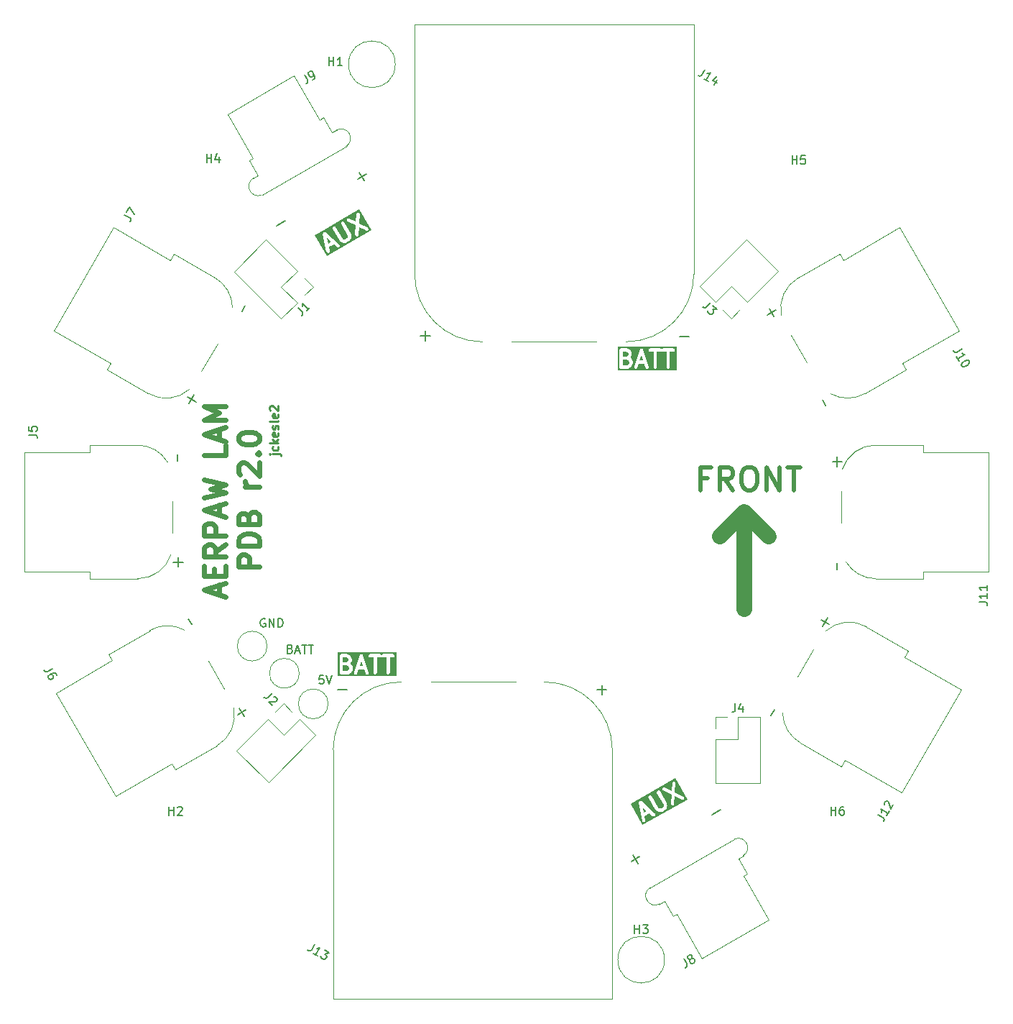
<source format=gto>
%TF.GenerationSoftware,KiCad,Pcbnew,9.0.7*%
%TF.CreationDate,2026-02-05T13:48:50-05:00*%
%TF.ProjectId,PDB,5044422e-6b69-4636-9164-5f7063625858,rev?*%
%TF.SameCoordinates,Original*%
%TF.FileFunction,Legend,Top*%
%TF.FilePolarity,Positive*%
%FSLAX46Y46*%
G04 Gerber Fmt 4.6, Leading zero omitted, Abs format (unit mm)*
G04 Created by KiCad (PCBNEW 9.0.7) date 2026-02-05 13:48:50*
%MOMM*%
%LPD*%
G01*
G04 APERTURE LIST*
%ADD10C,0.400000*%
%ADD11C,0.250000*%
%ADD12C,1.875000*%
%ADD13C,0.625000*%
%ADD14C,0.540000*%
%ADD15C,0.150000*%
%ADD16C,0.120000*%
%ADD17C,0.100000*%
G04 APERTURE END LIST*
D10*
G36*
X143121537Y-65802586D02*
G01*
X142777369Y-66001291D01*
X142651396Y-65385688D01*
X143121537Y-65802586D01*
G37*
G36*
X147870907Y-64438847D02*
G01*
X142604633Y-67479331D01*
X141182411Y-65015970D01*
X141488820Y-64839065D01*
X142135171Y-64839065D01*
X142139228Y-64878061D01*
X142561877Y-66943446D01*
X142573465Y-66980902D01*
X142617175Y-67045547D01*
X142682298Y-67088544D01*
X142758917Y-67103347D01*
X142835368Y-67087702D01*
X142900014Y-67043992D01*
X142943011Y-66978870D01*
X142957814Y-66902250D01*
X142953757Y-66863254D01*
X142861899Y-66414368D01*
X143437007Y-66082329D01*
X143779824Y-66386323D01*
X143811567Y-66409335D01*
X143885323Y-66434825D01*
X143963219Y-66430150D01*
X144033396Y-66396021D01*
X144085170Y-66337634D01*
X144110660Y-66263878D01*
X144105985Y-66185982D01*
X144071856Y-66115805D01*
X144045212Y-66087042D01*
X142467862Y-64688324D01*
X142436119Y-64665313D01*
X142422615Y-64660646D01*
X142410688Y-64652771D01*
X142386061Y-64648013D01*
X142362363Y-64639823D01*
X142348100Y-64640679D01*
X142334068Y-64637968D01*
X142309499Y-64642995D01*
X142284467Y-64644498D01*
X142271614Y-64650748D01*
X142257617Y-64653613D01*
X142236844Y-64667657D01*
X142214290Y-64678627D01*
X142204809Y-64689318D01*
X142192971Y-64697323D01*
X142179151Y-64718253D01*
X142162516Y-64737014D01*
X142157849Y-64750517D01*
X142149974Y-64762445D01*
X142145216Y-64787071D01*
X142137026Y-64810770D01*
X142137882Y-64825032D01*
X142135171Y-64839065D01*
X141488820Y-64839065D01*
X142668082Y-64158218D01*
X143290296Y-64158218D01*
X143300482Y-64235587D01*
X143316663Y-64271299D01*
X144126187Y-65673435D01*
X144149024Y-65705304D01*
X144154725Y-65709679D01*
X144158751Y-65715632D01*
X144189194Y-65740338D01*
X144366911Y-65857676D01*
X144384463Y-65866933D01*
X144388651Y-65870147D01*
X144395301Y-65872649D01*
X144401590Y-65875967D01*
X144406776Y-65876968D01*
X144425345Y-65883958D01*
X144555442Y-65918818D01*
X144575024Y-65922051D01*
X144580012Y-65923775D01*
X144587108Y-65924046D01*
X144594125Y-65925205D01*
X144599363Y-65924515D01*
X144619191Y-65925274D01*
X144831767Y-65912514D01*
X144870485Y-65906340D01*
X144876947Y-65903196D01*
X144884071Y-65902259D01*
X144919783Y-65886078D01*
X145249697Y-65695602D01*
X145281566Y-65672765D01*
X145285941Y-65667062D01*
X145291894Y-65663038D01*
X145316600Y-65632595D01*
X145433938Y-65454878D01*
X145443195Y-65437325D01*
X145446409Y-65433138D01*
X145448912Y-65426487D01*
X145452229Y-65420199D01*
X145453230Y-65415013D01*
X145460220Y-65396445D01*
X145495080Y-65266348D01*
X145498312Y-65246767D01*
X145500037Y-65241779D01*
X145500308Y-65234681D01*
X145501467Y-65227665D01*
X145500777Y-65222427D01*
X145501536Y-65202601D01*
X145488777Y-64990023D01*
X145482603Y-64951306D01*
X145479460Y-64944843D01*
X145478522Y-64937718D01*
X145462341Y-64902006D01*
X144652817Y-63499870D01*
X144629980Y-63468001D01*
X144568070Y-63420495D01*
X144492693Y-63400298D01*
X144415324Y-63410484D01*
X144347743Y-63449502D01*
X144300237Y-63511412D01*
X144280040Y-63586789D01*
X144290226Y-63664158D01*
X144306407Y-63699870D01*
X145092323Y-65061116D01*
X145100309Y-65194169D01*
X145082250Y-65261564D01*
X145008807Y-65372799D01*
X144760671Y-65516060D01*
X144627619Y-65524047D01*
X144560224Y-65505988D01*
X144448989Y-65432545D01*
X143663073Y-64071299D01*
X143640236Y-64039430D01*
X143578326Y-63991924D01*
X143502949Y-63971727D01*
X143425580Y-63981913D01*
X143357999Y-64020931D01*
X143310493Y-64082841D01*
X143290296Y-64158218D01*
X142668082Y-64158218D01*
X144250141Y-63244816D01*
X144941125Y-63244816D01*
X144966131Y-63318737D01*
X145017523Y-63377461D01*
X145050796Y-63398200D01*
X146008624Y-63871795D01*
X145939856Y-64938097D01*
X145941180Y-64977282D01*
X145966341Y-65051150D01*
X146017855Y-65109767D01*
X146087879Y-65144208D01*
X146165754Y-65149230D01*
X146239622Y-65124069D01*
X146298239Y-65072555D01*
X146332680Y-65002531D01*
X146339026Y-64963841D01*
X146397068Y-64063860D01*
X147205495Y-64463584D01*
X147242175Y-64477433D01*
X147320038Y-64482618D01*
X147393960Y-64457611D01*
X147452684Y-64406220D01*
X147487272Y-64336268D01*
X147492457Y-64258404D01*
X147467450Y-64184483D01*
X147416059Y-64125759D01*
X147382786Y-64105020D01*
X146424957Y-63631424D01*
X146493726Y-62565123D01*
X146492402Y-62525939D01*
X146467241Y-62452070D01*
X146415727Y-62393453D01*
X146345703Y-62359012D01*
X146267828Y-62353990D01*
X146193960Y-62379151D01*
X146135343Y-62430665D01*
X146100902Y-62500690D01*
X146094556Y-62539380D01*
X146036513Y-63439360D01*
X145228086Y-63039636D01*
X145191407Y-63025787D01*
X145113543Y-63020602D01*
X145039622Y-63045608D01*
X144980898Y-63097000D01*
X144946310Y-63166952D01*
X144941125Y-63244816D01*
X144250141Y-63244816D01*
X146448685Y-61975486D01*
X147870907Y-64438847D01*
G37*
D11*
X136197952Y-90797431D02*
X137055095Y-90797431D01*
X137055095Y-90797431D02*
X137150333Y-90845050D01*
X137150333Y-90845050D02*
X137197952Y-90940288D01*
X137197952Y-90940288D02*
X137197952Y-90987907D01*
X135864619Y-90797431D02*
X135912238Y-90845050D01*
X135912238Y-90845050D02*
X135959857Y-90797431D01*
X135959857Y-90797431D02*
X135912238Y-90749812D01*
X135912238Y-90749812D02*
X135864619Y-90797431D01*
X135864619Y-90797431D02*
X135959857Y-90797431D01*
X136817000Y-89892670D02*
X136864619Y-89987908D01*
X136864619Y-89987908D02*
X136864619Y-90178384D01*
X136864619Y-90178384D02*
X136817000Y-90273622D01*
X136817000Y-90273622D02*
X136769380Y-90321241D01*
X136769380Y-90321241D02*
X136674142Y-90368860D01*
X136674142Y-90368860D02*
X136388428Y-90368860D01*
X136388428Y-90368860D02*
X136293190Y-90321241D01*
X136293190Y-90321241D02*
X136245571Y-90273622D01*
X136245571Y-90273622D02*
X136197952Y-90178384D01*
X136197952Y-90178384D02*
X136197952Y-89987908D01*
X136197952Y-89987908D02*
X136245571Y-89892670D01*
X136864619Y-89464098D02*
X135864619Y-89464098D01*
X136483666Y-89368860D02*
X136864619Y-89083146D01*
X136197952Y-89083146D02*
X136578904Y-89464098D01*
X136817000Y-88273622D02*
X136864619Y-88368860D01*
X136864619Y-88368860D02*
X136864619Y-88559336D01*
X136864619Y-88559336D02*
X136817000Y-88654574D01*
X136817000Y-88654574D02*
X136721761Y-88702193D01*
X136721761Y-88702193D02*
X136340809Y-88702193D01*
X136340809Y-88702193D02*
X136245571Y-88654574D01*
X136245571Y-88654574D02*
X136197952Y-88559336D01*
X136197952Y-88559336D02*
X136197952Y-88368860D01*
X136197952Y-88368860D02*
X136245571Y-88273622D01*
X136245571Y-88273622D02*
X136340809Y-88226003D01*
X136340809Y-88226003D02*
X136436047Y-88226003D01*
X136436047Y-88226003D02*
X136531285Y-88702193D01*
X136817000Y-87845050D02*
X136864619Y-87749812D01*
X136864619Y-87749812D02*
X136864619Y-87559336D01*
X136864619Y-87559336D02*
X136817000Y-87464098D01*
X136817000Y-87464098D02*
X136721761Y-87416479D01*
X136721761Y-87416479D02*
X136674142Y-87416479D01*
X136674142Y-87416479D02*
X136578904Y-87464098D01*
X136578904Y-87464098D02*
X136531285Y-87559336D01*
X136531285Y-87559336D02*
X136531285Y-87702193D01*
X136531285Y-87702193D02*
X136483666Y-87797431D01*
X136483666Y-87797431D02*
X136388428Y-87845050D01*
X136388428Y-87845050D02*
X136340809Y-87845050D01*
X136340809Y-87845050D02*
X136245571Y-87797431D01*
X136245571Y-87797431D02*
X136197952Y-87702193D01*
X136197952Y-87702193D02*
X136197952Y-87559336D01*
X136197952Y-87559336D02*
X136245571Y-87464098D01*
X136864619Y-86845050D02*
X136817000Y-86940288D01*
X136817000Y-86940288D02*
X136721761Y-86987907D01*
X136721761Y-86987907D02*
X135864619Y-86987907D01*
X136817000Y-86083145D02*
X136864619Y-86178383D01*
X136864619Y-86178383D02*
X136864619Y-86368859D01*
X136864619Y-86368859D02*
X136817000Y-86464097D01*
X136817000Y-86464097D02*
X136721761Y-86511716D01*
X136721761Y-86511716D02*
X136340809Y-86511716D01*
X136340809Y-86511716D02*
X136245571Y-86464097D01*
X136245571Y-86464097D02*
X136197952Y-86368859D01*
X136197952Y-86368859D02*
X136197952Y-86178383D01*
X136197952Y-86178383D02*
X136245571Y-86083145D01*
X136245571Y-86083145D02*
X136340809Y-86035526D01*
X136340809Y-86035526D02*
X136436047Y-86035526D01*
X136436047Y-86035526D02*
X136531285Y-86511716D01*
X135959857Y-85654573D02*
X135912238Y-85606954D01*
X135912238Y-85606954D02*
X135864619Y-85511716D01*
X135864619Y-85511716D02*
X135864619Y-85273621D01*
X135864619Y-85273621D02*
X135912238Y-85178383D01*
X135912238Y-85178383D02*
X135959857Y-85130764D01*
X135959857Y-85130764D02*
X136055095Y-85083145D01*
X136055095Y-85083145D02*
X136150333Y-85083145D01*
X136150333Y-85083145D02*
X136293190Y-85130764D01*
X136293190Y-85130764D02*
X136864619Y-85702192D01*
X136864619Y-85702192D02*
X136864619Y-85083145D01*
D12*
X191800000Y-109066785D02*
X191800000Y-97638214D01*
X188942857Y-100495357D02*
X191800000Y-97638214D01*
X191800000Y-97638214D02*
X194657143Y-100495357D01*
D13*
X129922401Y-107390476D02*
X129922401Y-106200000D01*
X130636687Y-107628571D02*
X128136687Y-106795238D01*
X128136687Y-106795238D02*
X130636687Y-105961905D01*
X129327163Y-105128571D02*
X129327163Y-104295238D01*
X130636687Y-103938095D02*
X130636687Y-105128571D01*
X130636687Y-105128571D02*
X128136687Y-105128571D01*
X128136687Y-105128571D02*
X128136687Y-103938095D01*
X130636687Y-101438095D02*
X129446211Y-102271428D01*
X130636687Y-102866666D02*
X128136687Y-102866666D01*
X128136687Y-102866666D02*
X128136687Y-101914285D01*
X128136687Y-101914285D02*
X128255735Y-101676190D01*
X128255735Y-101676190D02*
X128374782Y-101557143D01*
X128374782Y-101557143D02*
X128612878Y-101438095D01*
X128612878Y-101438095D02*
X128970020Y-101438095D01*
X128970020Y-101438095D02*
X129208116Y-101557143D01*
X129208116Y-101557143D02*
X129327163Y-101676190D01*
X129327163Y-101676190D02*
X129446211Y-101914285D01*
X129446211Y-101914285D02*
X129446211Y-102866666D01*
X130636687Y-100366666D02*
X128136687Y-100366666D01*
X128136687Y-100366666D02*
X128136687Y-99414285D01*
X128136687Y-99414285D02*
X128255735Y-99176190D01*
X128255735Y-99176190D02*
X128374782Y-99057143D01*
X128374782Y-99057143D02*
X128612878Y-98938095D01*
X128612878Y-98938095D02*
X128970020Y-98938095D01*
X128970020Y-98938095D02*
X129208116Y-99057143D01*
X129208116Y-99057143D02*
X129327163Y-99176190D01*
X129327163Y-99176190D02*
X129446211Y-99414285D01*
X129446211Y-99414285D02*
X129446211Y-100366666D01*
X129922401Y-97985714D02*
X129922401Y-96795238D01*
X130636687Y-98223809D02*
X128136687Y-97390476D01*
X128136687Y-97390476D02*
X130636687Y-96557143D01*
X128136687Y-95961905D02*
X130636687Y-95366667D01*
X130636687Y-95366667D02*
X128850973Y-94890476D01*
X128850973Y-94890476D02*
X130636687Y-94414286D01*
X130636687Y-94414286D02*
X128136687Y-93819048D01*
X130636687Y-89771428D02*
X130636687Y-90961904D01*
X130636687Y-90961904D02*
X128136687Y-90961904D01*
X129922401Y-89057142D02*
X129922401Y-87866666D01*
X130636687Y-89295237D02*
X128136687Y-88461904D01*
X128136687Y-88461904D02*
X130636687Y-87628571D01*
X130636687Y-86795237D02*
X128136687Y-86795237D01*
X128136687Y-86795237D02*
X129922401Y-85961904D01*
X129922401Y-85961904D02*
X128136687Y-85128571D01*
X128136687Y-85128571D02*
X130636687Y-85128571D01*
X134661547Y-104057141D02*
X132161547Y-104057141D01*
X132161547Y-104057141D02*
X132161547Y-103104760D01*
X132161547Y-103104760D02*
X132280595Y-102866665D01*
X132280595Y-102866665D02*
X132399642Y-102747618D01*
X132399642Y-102747618D02*
X132637738Y-102628570D01*
X132637738Y-102628570D02*
X132994880Y-102628570D01*
X132994880Y-102628570D02*
X133232976Y-102747618D01*
X133232976Y-102747618D02*
X133352023Y-102866665D01*
X133352023Y-102866665D02*
X133471071Y-103104760D01*
X133471071Y-103104760D02*
X133471071Y-104057141D01*
X134661547Y-101557141D02*
X132161547Y-101557141D01*
X132161547Y-101557141D02*
X132161547Y-100961903D01*
X132161547Y-100961903D02*
X132280595Y-100604760D01*
X132280595Y-100604760D02*
X132518690Y-100366665D01*
X132518690Y-100366665D02*
X132756785Y-100247618D01*
X132756785Y-100247618D02*
X133232976Y-100128570D01*
X133232976Y-100128570D02*
X133590119Y-100128570D01*
X133590119Y-100128570D02*
X134066309Y-100247618D01*
X134066309Y-100247618D02*
X134304404Y-100366665D01*
X134304404Y-100366665D02*
X134542500Y-100604760D01*
X134542500Y-100604760D02*
X134661547Y-100961903D01*
X134661547Y-100961903D02*
X134661547Y-101557141D01*
X133352023Y-98223808D02*
X133471071Y-97866665D01*
X133471071Y-97866665D02*
X133590119Y-97747618D01*
X133590119Y-97747618D02*
X133828214Y-97628570D01*
X133828214Y-97628570D02*
X134185357Y-97628570D01*
X134185357Y-97628570D02*
X134423452Y-97747618D01*
X134423452Y-97747618D02*
X134542500Y-97866665D01*
X134542500Y-97866665D02*
X134661547Y-98104760D01*
X134661547Y-98104760D02*
X134661547Y-99057141D01*
X134661547Y-99057141D02*
X132161547Y-99057141D01*
X132161547Y-99057141D02*
X132161547Y-98223808D01*
X132161547Y-98223808D02*
X132280595Y-97985713D01*
X132280595Y-97985713D02*
X132399642Y-97866665D01*
X132399642Y-97866665D02*
X132637738Y-97747618D01*
X132637738Y-97747618D02*
X132875833Y-97747618D01*
X132875833Y-97747618D02*
X133113928Y-97866665D01*
X133113928Y-97866665D02*
X133232976Y-97985713D01*
X133232976Y-97985713D02*
X133352023Y-98223808D01*
X133352023Y-98223808D02*
X133352023Y-99057141D01*
X134661547Y-94652379D02*
X132994880Y-94652379D01*
X133471071Y-94652379D02*
X133232976Y-94533332D01*
X133232976Y-94533332D02*
X133113928Y-94414284D01*
X133113928Y-94414284D02*
X132994880Y-94176189D01*
X132994880Y-94176189D02*
X132994880Y-93938094D01*
X132399642Y-93223808D02*
X132280595Y-93104760D01*
X132280595Y-93104760D02*
X132161547Y-92866665D01*
X132161547Y-92866665D02*
X132161547Y-92271427D01*
X132161547Y-92271427D02*
X132280595Y-92033332D01*
X132280595Y-92033332D02*
X132399642Y-91914284D01*
X132399642Y-91914284D02*
X132637738Y-91795237D01*
X132637738Y-91795237D02*
X132875833Y-91795237D01*
X132875833Y-91795237D02*
X133232976Y-91914284D01*
X133232976Y-91914284D02*
X134661547Y-93342856D01*
X134661547Y-93342856D02*
X134661547Y-91795237D01*
X134423452Y-90723808D02*
X134542500Y-90604761D01*
X134542500Y-90604761D02*
X134661547Y-90723808D01*
X134661547Y-90723808D02*
X134542500Y-90842856D01*
X134542500Y-90842856D02*
X134423452Y-90723808D01*
X134423452Y-90723808D02*
X134661547Y-90723808D01*
X132161547Y-89057142D02*
X132161547Y-88819047D01*
X132161547Y-88819047D02*
X132280595Y-88580951D01*
X132280595Y-88580951D02*
X132399642Y-88461904D01*
X132399642Y-88461904D02*
X132637738Y-88342856D01*
X132637738Y-88342856D02*
X133113928Y-88223809D01*
X133113928Y-88223809D02*
X133709166Y-88223809D01*
X133709166Y-88223809D02*
X134185357Y-88342856D01*
X134185357Y-88342856D02*
X134423452Y-88461904D01*
X134423452Y-88461904D02*
X134542500Y-88580951D01*
X134542500Y-88580951D02*
X134661547Y-88819047D01*
X134661547Y-88819047D02*
X134661547Y-89057142D01*
X134661547Y-89057142D02*
X134542500Y-89295237D01*
X134542500Y-89295237D02*
X134423452Y-89414285D01*
X134423452Y-89414285D02*
X134185357Y-89533332D01*
X134185357Y-89533332D02*
X133709166Y-89652380D01*
X133709166Y-89652380D02*
X133113928Y-89652380D01*
X133113928Y-89652380D02*
X132637738Y-89533332D01*
X132637738Y-89533332D02*
X132399642Y-89414285D01*
X132399642Y-89414285D02*
X132280595Y-89295237D01*
X132280595Y-89295237D02*
X132161547Y-89057142D01*
D10*
G36*
X180321537Y-132802586D02*
G01*
X179977369Y-133001291D01*
X179851396Y-132385688D01*
X180321537Y-132802586D01*
G37*
G36*
X185070907Y-131438847D02*
G01*
X179804633Y-134479331D01*
X178382411Y-132015970D01*
X178688820Y-131839065D01*
X179335171Y-131839065D01*
X179339228Y-131878061D01*
X179761877Y-133943446D01*
X179773465Y-133980902D01*
X179817175Y-134045547D01*
X179882298Y-134088544D01*
X179958917Y-134103347D01*
X180035368Y-134087702D01*
X180100014Y-134043992D01*
X180143011Y-133978870D01*
X180157814Y-133902250D01*
X180153757Y-133863254D01*
X180061899Y-133414368D01*
X180637007Y-133082329D01*
X180979824Y-133386323D01*
X181011567Y-133409335D01*
X181085323Y-133434825D01*
X181163219Y-133430150D01*
X181233396Y-133396021D01*
X181285170Y-133337634D01*
X181310660Y-133263878D01*
X181305985Y-133185982D01*
X181271856Y-133115805D01*
X181245212Y-133087042D01*
X179667862Y-131688324D01*
X179636119Y-131665313D01*
X179622615Y-131660646D01*
X179610688Y-131652771D01*
X179586061Y-131648013D01*
X179562363Y-131639823D01*
X179548100Y-131640679D01*
X179534068Y-131637968D01*
X179509499Y-131642995D01*
X179484467Y-131644498D01*
X179471614Y-131650748D01*
X179457617Y-131653613D01*
X179436844Y-131667657D01*
X179414290Y-131678627D01*
X179404809Y-131689318D01*
X179392971Y-131697323D01*
X179379151Y-131718253D01*
X179362516Y-131737014D01*
X179357849Y-131750517D01*
X179349974Y-131762445D01*
X179345216Y-131787071D01*
X179337026Y-131810770D01*
X179337882Y-131825032D01*
X179335171Y-131839065D01*
X178688820Y-131839065D01*
X179868082Y-131158218D01*
X180490296Y-131158218D01*
X180500482Y-131235587D01*
X180516663Y-131271299D01*
X181326187Y-132673435D01*
X181349024Y-132705304D01*
X181354725Y-132709679D01*
X181358751Y-132715632D01*
X181389194Y-132740338D01*
X181566911Y-132857676D01*
X181584463Y-132866933D01*
X181588651Y-132870147D01*
X181595301Y-132872649D01*
X181601590Y-132875967D01*
X181606776Y-132876968D01*
X181625345Y-132883958D01*
X181755442Y-132918818D01*
X181775024Y-132922051D01*
X181780012Y-132923775D01*
X181787108Y-132924046D01*
X181794125Y-132925205D01*
X181799363Y-132924515D01*
X181819191Y-132925274D01*
X182031767Y-132912514D01*
X182070485Y-132906340D01*
X182076947Y-132903196D01*
X182084071Y-132902259D01*
X182119783Y-132886078D01*
X182449697Y-132695602D01*
X182481566Y-132672765D01*
X182485941Y-132667062D01*
X182491894Y-132663038D01*
X182516600Y-132632595D01*
X182633938Y-132454878D01*
X182643195Y-132437325D01*
X182646409Y-132433138D01*
X182648912Y-132426487D01*
X182652229Y-132420199D01*
X182653230Y-132415013D01*
X182660220Y-132396445D01*
X182695080Y-132266348D01*
X182698312Y-132246767D01*
X182700037Y-132241779D01*
X182700308Y-132234681D01*
X182701467Y-132227665D01*
X182700777Y-132222427D01*
X182701536Y-132202601D01*
X182688777Y-131990023D01*
X182682603Y-131951306D01*
X182679460Y-131944843D01*
X182678522Y-131937718D01*
X182662341Y-131902006D01*
X181852817Y-130499870D01*
X181829980Y-130468001D01*
X181768070Y-130420495D01*
X181692693Y-130400298D01*
X181615324Y-130410484D01*
X181547743Y-130449502D01*
X181500237Y-130511412D01*
X181480040Y-130586789D01*
X181490226Y-130664158D01*
X181506407Y-130699870D01*
X182292323Y-132061116D01*
X182300309Y-132194169D01*
X182282250Y-132261564D01*
X182208807Y-132372799D01*
X181960671Y-132516060D01*
X181827619Y-132524047D01*
X181760224Y-132505988D01*
X181648989Y-132432545D01*
X180863073Y-131071299D01*
X180840236Y-131039430D01*
X180778326Y-130991924D01*
X180702949Y-130971727D01*
X180625580Y-130981913D01*
X180557999Y-131020931D01*
X180510493Y-131082841D01*
X180490296Y-131158218D01*
X179868082Y-131158218D01*
X181450141Y-130244816D01*
X182141125Y-130244816D01*
X182166131Y-130318737D01*
X182217523Y-130377461D01*
X182250796Y-130398200D01*
X183208624Y-130871795D01*
X183139856Y-131938097D01*
X183141180Y-131977282D01*
X183166341Y-132051150D01*
X183217855Y-132109767D01*
X183287879Y-132144208D01*
X183365754Y-132149230D01*
X183439622Y-132124069D01*
X183498239Y-132072555D01*
X183532680Y-132002531D01*
X183539026Y-131963841D01*
X183597068Y-131063860D01*
X184405495Y-131463584D01*
X184442175Y-131477433D01*
X184520038Y-131482618D01*
X184593960Y-131457611D01*
X184652684Y-131406220D01*
X184687272Y-131336268D01*
X184692457Y-131258404D01*
X184667450Y-131184483D01*
X184616059Y-131125759D01*
X184582786Y-131105020D01*
X183624957Y-130631424D01*
X183693726Y-129565123D01*
X183692402Y-129525939D01*
X183667241Y-129452070D01*
X183615727Y-129393453D01*
X183545703Y-129359012D01*
X183467828Y-129353990D01*
X183393960Y-129379151D01*
X183335343Y-129430665D01*
X183300902Y-129500690D01*
X183294556Y-129539380D01*
X183236513Y-130439360D01*
X182428086Y-130039636D01*
X182391407Y-130025787D01*
X182313543Y-130020602D01*
X182239622Y-130045608D01*
X182180898Y-130097000D01*
X182146310Y-130166952D01*
X182141125Y-130244816D01*
X181450141Y-130244816D01*
X183648685Y-128975486D01*
X185070907Y-131438847D01*
G37*
G36*
X145139583Y-115756864D02*
G01*
X145178485Y-115795766D01*
X145238094Y-115914984D01*
X145238094Y-116106272D01*
X145178485Y-116225488D01*
X145129145Y-116274829D01*
X145009929Y-116334438D01*
X144495237Y-116334438D01*
X144495237Y-115686819D01*
X144929447Y-115686819D01*
X145139583Y-115756864D01*
G37*
G36*
X145033909Y-114794047D02*
G01*
X145083247Y-114843385D01*
X145142856Y-114962603D01*
X145142856Y-115058653D01*
X145083247Y-115177871D01*
X145033909Y-115227208D01*
X144914690Y-115286819D01*
X144495237Y-115286819D01*
X144495237Y-114734438D01*
X144914691Y-114734438D01*
X145033909Y-114794047D01*
G37*
G36*
X146874894Y-115763009D02*
G01*
X146477484Y-115763009D01*
X146676189Y-115166894D01*
X146874894Y-115763009D01*
G37*
G36*
X150808855Y-116956660D02*
G01*
X143873015Y-116956660D01*
X143873015Y-114534438D01*
X144095237Y-114534438D01*
X144095237Y-116534438D01*
X144099080Y-116573456D01*
X144128943Y-116645552D01*
X144184123Y-116700732D01*
X144256219Y-116730595D01*
X144295237Y-116734438D01*
X145057142Y-116734438D01*
X145096160Y-116730595D01*
X145102797Y-116727845D01*
X145109967Y-116727336D01*
X145146585Y-116713323D01*
X145337061Y-116618085D01*
X145353854Y-116607513D01*
X145358733Y-116605493D01*
X145364224Y-116600986D01*
X145370241Y-116597199D01*
X145373702Y-116593208D01*
X145389040Y-116580621D01*
X145460237Y-116509423D01*
X145811094Y-116509423D01*
X145816625Y-116587263D01*
X145851524Y-116657061D01*
X145910477Y-116708190D01*
X145984508Y-116732867D01*
X146062348Y-116727336D01*
X146132146Y-116692437D01*
X146183275Y-116633484D01*
X146199260Y-116597683D01*
X146344151Y-116163009D01*
X147008228Y-116163009D01*
X147153119Y-116597683D01*
X147169104Y-116633484D01*
X147220233Y-116692437D01*
X147290031Y-116727335D01*
X147367871Y-116732867D01*
X147441902Y-116708190D01*
X147500855Y-116657061D01*
X147535754Y-116587263D01*
X147541285Y-116509423D01*
X147532593Y-116471192D01*
X146874002Y-114495420D01*
X147527652Y-114495420D01*
X147527652Y-114573456D01*
X147557515Y-114645552D01*
X147612695Y-114700732D01*
X147684791Y-114730595D01*
X147723809Y-114734438D01*
X148095237Y-114734438D01*
X148095237Y-116534438D01*
X148099080Y-116573456D01*
X148128943Y-116645552D01*
X148184123Y-116700732D01*
X148256219Y-116730595D01*
X148334255Y-116730595D01*
X148406351Y-116700732D01*
X148461531Y-116645552D01*
X148491394Y-116573456D01*
X148495237Y-116534438D01*
X148495237Y-114734438D01*
X148866666Y-114734438D01*
X148905684Y-114730595D01*
X148977780Y-114700732D01*
X149032960Y-114645552D01*
X149057142Y-114587170D01*
X149081325Y-114645552D01*
X149136505Y-114700732D01*
X149208601Y-114730595D01*
X149247619Y-114734438D01*
X149619047Y-114734438D01*
X149619047Y-116534438D01*
X149622890Y-116573456D01*
X149652753Y-116645552D01*
X149707933Y-116700732D01*
X149780029Y-116730595D01*
X149858065Y-116730595D01*
X149930161Y-116700732D01*
X149985341Y-116645552D01*
X150015204Y-116573456D01*
X150019047Y-116534438D01*
X150019047Y-114734438D01*
X150390476Y-114734438D01*
X150429494Y-114730595D01*
X150501590Y-114700732D01*
X150556770Y-114645552D01*
X150586633Y-114573456D01*
X150586633Y-114495420D01*
X150556770Y-114423324D01*
X150501590Y-114368144D01*
X150429494Y-114338281D01*
X150390476Y-114334438D01*
X149247619Y-114334438D01*
X149208601Y-114338281D01*
X149136505Y-114368144D01*
X149081325Y-114423324D01*
X149057142Y-114481705D01*
X149032960Y-114423324D01*
X148977780Y-114368144D01*
X148905684Y-114338281D01*
X148866666Y-114334438D01*
X147723809Y-114334438D01*
X147684791Y-114338281D01*
X147612695Y-114368144D01*
X147557515Y-114423324D01*
X147527652Y-114495420D01*
X146874002Y-114495420D01*
X146865926Y-114471192D01*
X146849941Y-114435392D01*
X146840579Y-114424597D01*
X146834188Y-114411815D01*
X146815242Y-114395384D01*
X146798812Y-114376439D01*
X146786029Y-114370047D01*
X146775235Y-114360686D01*
X146751446Y-114352756D01*
X146729014Y-114341540D01*
X146714761Y-114340527D01*
X146701204Y-114336008D01*
X146676184Y-114337786D01*
X146651174Y-114336009D01*
X146637620Y-114340526D01*
X146623364Y-114341540D01*
X146600930Y-114352757D01*
X146577143Y-114360686D01*
X146566348Y-114370047D01*
X146553566Y-114376439D01*
X146537135Y-114395384D01*
X146518190Y-114411815D01*
X146511798Y-114424597D01*
X146502437Y-114435392D01*
X146486452Y-114471192D01*
X145819786Y-116471193D01*
X145811094Y-116509423D01*
X145460237Y-116509423D01*
X145484278Y-116485381D01*
X145496864Y-116470045D01*
X145500855Y-116466584D01*
X145504641Y-116460568D01*
X145509151Y-116455074D01*
X145511172Y-116450192D01*
X145521741Y-116433404D01*
X145616980Y-116242927D01*
X145630992Y-116206310D01*
X145631501Y-116199140D01*
X145634251Y-116192503D01*
X145638094Y-116153485D01*
X145638094Y-115867771D01*
X145634251Y-115828753D01*
X145631501Y-115822115D01*
X145630992Y-115814946D01*
X145616980Y-115778329D01*
X145521741Y-115587852D01*
X145511171Y-115571060D01*
X145509150Y-115566181D01*
X145504642Y-115560688D01*
X145500855Y-115554672D01*
X145496863Y-115551210D01*
X145484277Y-115535874D01*
X145389039Y-115440636D01*
X145387461Y-115439340D01*
X145389039Y-115437763D01*
X145401625Y-115422426D01*
X145405617Y-115418965D01*
X145409404Y-115412948D01*
X145413912Y-115407456D01*
X145415933Y-115402576D01*
X145426503Y-115385785D01*
X145521742Y-115195308D01*
X145535754Y-115158691D01*
X145536263Y-115151521D01*
X145539013Y-115144884D01*
X145542856Y-115105866D01*
X145542856Y-114915390D01*
X145539013Y-114876372D01*
X145536263Y-114869734D01*
X145535754Y-114862565D01*
X145521742Y-114825948D01*
X145426503Y-114635471D01*
X145415933Y-114618679D01*
X145413912Y-114613800D01*
X145409404Y-114608307D01*
X145405617Y-114602291D01*
X145401625Y-114598829D01*
X145389039Y-114583493D01*
X145293801Y-114488255D01*
X145278465Y-114475668D01*
X145275003Y-114471677D01*
X145268986Y-114467889D01*
X145263494Y-114463382D01*
X145258614Y-114461360D01*
X145241823Y-114450791D01*
X145051347Y-114355553D01*
X145014729Y-114341540D01*
X145007559Y-114341030D01*
X145000922Y-114338281D01*
X144961904Y-114334438D01*
X144295237Y-114334438D01*
X144256219Y-114338281D01*
X144184123Y-114368144D01*
X144128943Y-114423324D01*
X144099080Y-114495420D01*
X144095237Y-114534438D01*
X143873015Y-114534438D01*
X143873015Y-114112216D01*
X150808855Y-114112216D01*
X150808855Y-116956660D01*
G37*
D14*
X187498120Y-93627205D02*
X186598120Y-93627205D01*
X186598120Y-95041491D02*
X186598120Y-92341491D01*
X186598120Y-92341491D02*
X187883834Y-92341491D01*
X190455263Y-95041491D02*
X189555263Y-93755777D01*
X188912406Y-95041491D02*
X188912406Y-92341491D01*
X188912406Y-92341491D02*
X189940977Y-92341491D01*
X189940977Y-92341491D02*
X190198120Y-92470062D01*
X190198120Y-92470062D02*
X190326691Y-92598634D01*
X190326691Y-92598634D02*
X190455263Y-92855777D01*
X190455263Y-92855777D02*
X190455263Y-93241491D01*
X190455263Y-93241491D02*
X190326691Y-93498634D01*
X190326691Y-93498634D02*
X190198120Y-93627205D01*
X190198120Y-93627205D02*
X189940977Y-93755777D01*
X189940977Y-93755777D02*
X188912406Y-93755777D01*
X192126691Y-92341491D02*
X192640977Y-92341491D01*
X192640977Y-92341491D02*
X192898120Y-92470062D01*
X192898120Y-92470062D02*
X193155263Y-92727205D01*
X193155263Y-92727205D02*
X193283834Y-93241491D01*
X193283834Y-93241491D02*
X193283834Y-94141491D01*
X193283834Y-94141491D02*
X193155263Y-94655777D01*
X193155263Y-94655777D02*
X192898120Y-94912920D01*
X192898120Y-94912920D02*
X192640977Y-95041491D01*
X192640977Y-95041491D02*
X192126691Y-95041491D01*
X192126691Y-95041491D02*
X191869549Y-94912920D01*
X191869549Y-94912920D02*
X191612406Y-94655777D01*
X191612406Y-94655777D02*
X191483834Y-94141491D01*
X191483834Y-94141491D02*
X191483834Y-93241491D01*
X191483834Y-93241491D02*
X191612406Y-92727205D01*
X191612406Y-92727205D02*
X191869549Y-92470062D01*
X191869549Y-92470062D02*
X192126691Y-92341491D01*
X194440977Y-95041491D02*
X194440977Y-92341491D01*
X194440977Y-92341491D02*
X195983834Y-95041491D01*
X195983834Y-95041491D02*
X195983834Y-92341491D01*
X196883833Y-92341491D02*
X198426691Y-92341491D01*
X197655262Y-95041491D02*
X197655262Y-92341491D01*
D10*
G36*
X178139583Y-79756864D02*
G01*
X178178485Y-79795766D01*
X178238094Y-79914984D01*
X178238094Y-80106272D01*
X178178485Y-80225488D01*
X178129145Y-80274829D01*
X178009929Y-80334438D01*
X177495237Y-80334438D01*
X177495237Y-79686819D01*
X177929447Y-79686819D01*
X178139583Y-79756864D01*
G37*
G36*
X178033909Y-78794047D02*
G01*
X178083247Y-78843385D01*
X178142856Y-78962603D01*
X178142856Y-79058653D01*
X178083247Y-79177871D01*
X178033909Y-79227208D01*
X177914690Y-79286819D01*
X177495237Y-79286819D01*
X177495237Y-78734438D01*
X177914691Y-78734438D01*
X178033909Y-78794047D01*
G37*
G36*
X179874894Y-79763009D02*
G01*
X179477484Y-79763009D01*
X179676189Y-79166894D01*
X179874894Y-79763009D01*
G37*
G36*
X183808855Y-80956660D02*
G01*
X176873015Y-80956660D01*
X176873015Y-78534438D01*
X177095237Y-78534438D01*
X177095237Y-80534438D01*
X177099080Y-80573456D01*
X177128943Y-80645552D01*
X177184123Y-80700732D01*
X177256219Y-80730595D01*
X177295237Y-80734438D01*
X178057142Y-80734438D01*
X178096160Y-80730595D01*
X178102797Y-80727845D01*
X178109967Y-80727336D01*
X178146585Y-80713323D01*
X178337061Y-80618085D01*
X178353854Y-80607513D01*
X178358733Y-80605493D01*
X178364224Y-80600986D01*
X178370241Y-80597199D01*
X178373702Y-80593208D01*
X178389040Y-80580621D01*
X178460237Y-80509423D01*
X178811094Y-80509423D01*
X178816625Y-80587263D01*
X178851524Y-80657061D01*
X178910477Y-80708190D01*
X178984508Y-80732867D01*
X179062348Y-80727336D01*
X179132146Y-80692437D01*
X179183275Y-80633484D01*
X179199260Y-80597683D01*
X179344151Y-80163009D01*
X180008228Y-80163009D01*
X180153119Y-80597683D01*
X180169104Y-80633484D01*
X180220233Y-80692437D01*
X180290031Y-80727335D01*
X180367871Y-80732867D01*
X180441902Y-80708190D01*
X180500855Y-80657061D01*
X180535754Y-80587263D01*
X180541285Y-80509423D01*
X180532593Y-80471192D01*
X179874002Y-78495420D01*
X180527652Y-78495420D01*
X180527652Y-78573456D01*
X180557515Y-78645552D01*
X180612695Y-78700732D01*
X180684791Y-78730595D01*
X180723809Y-78734438D01*
X181095237Y-78734438D01*
X181095237Y-80534438D01*
X181099080Y-80573456D01*
X181128943Y-80645552D01*
X181184123Y-80700732D01*
X181256219Y-80730595D01*
X181334255Y-80730595D01*
X181406351Y-80700732D01*
X181461531Y-80645552D01*
X181491394Y-80573456D01*
X181495237Y-80534438D01*
X181495237Y-78734438D01*
X181866666Y-78734438D01*
X181905684Y-78730595D01*
X181977780Y-78700732D01*
X182032960Y-78645552D01*
X182057142Y-78587170D01*
X182081325Y-78645552D01*
X182136505Y-78700732D01*
X182208601Y-78730595D01*
X182247619Y-78734438D01*
X182619047Y-78734438D01*
X182619047Y-80534438D01*
X182622890Y-80573456D01*
X182652753Y-80645552D01*
X182707933Y-80700732D01*
X182780029Y-80730595D01*
X182858065Y-80730595D01*
X182930161Y-80700732D01*
X182985341Y-80645552D01*
X183015204Y-80573456D01*
X183019047Y-80534438D01*
X183019047Y-78734438D01*
X183390476Y-78734438D01*
X183429494Y-78730595D01*
X183501590Y-78700732D01*
X183556770Y-78645552D01*
X183586633Y-78573456D01*
X183586633Y-78495420D01*
X183556770Y-78423324D01*
X183501590Y-78368144D01*
X183429494Y-78338281D01*
X183390476Y-78334438D01*
X182247619Y-78334438D01*
X182208601Y-78338281D01*
X182136505Y-78368144D01*
X182081325Y-78423324D01*
X182057142Y-78481705D01*
X182032960Y-78423324D01*
X181977780Y-78368144D01*
X181905684Y-78338281D01*
X181866666Y-78334438D01*
X180723809Y-78334438D01*
X180684791Y-78338281D01*
X180612695Y-78368144D01*
X180557515Y-78423324D01*
X180527652Y-78495420D01*
X179874002Y-78495420D01*
X179865926Y-78471192D01*
X179849941Y-78435392D01*
X179840579Y-78424597D01*
X179834188Y-78411815D01*
X179815242Y-78395384D01*
X179798812Y-78376439D01*
X179786029Y-78370047D01*
X179775235Y-78360686D01*
X179751446Y-78352756D01*
X179729014Y-78341540D01*
X179714761Y-78340527D01*
X179701204Y-78336008D01*
X179676184Y-78337786D01*
X179651174Y-78336009D01*
X179637620Y-78340526D01*
X179623364Y-78341540D01*
X179600930Y-78352757D01*
X179577143Y-78360686D01*
X179566348Y-78370047D01*
X179553566Y-78376439D01*
X179537135Y-78395384D01*
X179518190Y-78411815D01*
X179511798Y-78424597D01*
X179502437Y-78435392D01*
X179486452Y-78471192D01*
X178819786Y-80471193D01*
X178811094Y-80509423D01*
X178460237Y-80509423D01*
X178484278Y-80485381D01*
X178496864Y-80470045D01*
X178500855Y-80466584D01*
X178504641Y-80460568D01*
X178509151Y-80455074D01*
X178511172Y-80450192D01*
X178521741Y-80433404D01*
X178616980Y-80242927D01*
X178630992Y-80206310D01*
X178631501Y-80199140D01*
X178634251Y-80192503D01*
X178638094Y-80153485D01*
X178638094Y-79867771D01*
X178634251Y-79828753D01*
X178631501Y-79822115D01*
X178630992Y-79814946D01*
X178616980Y-79778329D01*
X178521741Y-79587852D01*
X178511171Y-79571060D01*
X178509150Y-79566181D01*
X178504642Y-79560688D01*
X178500855Y-79554672D01*
X178496863Y-79551210D01*
X178484277Y-79535874D01*
X178389039Y-79440636D01*
X178387461Y-79439340D01*
X178389039Y-79437763D01*
X178401625Y-79422426D01*
X178405617Y-79418965D01*
X178409404Y-79412948D01*
X178413912Y-79407456D01*
X178415933Y-79402576D01*
X178426503Y-79385785D01*
X178521742Y-79195308D01*
X178535754Y-79158691D01*
X178536263Y-79151521D01*
X178539013Y-79144884D01*
X178542856Y-79105866D01*
X178542856Y-78915390D01*
X178539013Y-78876372D01*
X178536263Y-78869734D01*
X178535754Y-78862565D01*
X178521742Y-78825948D01*
X178426503Y-78635471D01*
X178415933Y-78618679D01*
X178413912Y-78613800D01*
X178409404Y-78608307D01*
X178405617Y-78602291D01*
X178401625Y-78598829D01*
X178389039Y-78583493D01*
X178293801Y-78488255D01*
X178278465Y-78475668D01*
X178275003Y-78471677D01*
X178268986Y-78467889D01*
X178263494Y-78463382D01*
X178258614Y-78461360D01*
X178241823Y-78450791D01*
X178051347Y-78355553D01*
X178014729Y-78341540D01*
X178007559Y-78341030D01*
X178000922Y-78338281D01*
X177961904Y-78334438D01*
X177295237Y-78334438D01*
X177256219Y-78338281D01*
X177184123Y-78368144D01*
X177128943Y-78423324D01*
X177099080Y-78495420D01*
X177095237Y-78534438D01*
X176873015Y-78534438D01*
X176873015Y-78112216D01*
X183808855Y-78112216D01*
X183808855Y-80956660D01*
G37*
D15*
X110305473Y-116038734D02*
X109686884Y-116395877D01*
X109686884Y-116395877D02*
X109539356Y-116426066D01*
X109539356Y-116426066D02*
X109409259Y-116391206D01*
X109409259Y-116391206D02*
X109296591Y-116291298D01*
X109296591Y-116291298D02*
X109248972Y-116208819D01*
X110757854Y-116822281D02*
X110662616Y-116657324D01*
X110662616Y-116657324D02*
X110573758Y-116598654D01*
X110573758Y-116598654D02*
X110508709Y-116581225D01*
X110508709Y-116581225D02*
X110337372Y-116570175D01*
X110337372Y-116570175D02*
X110148605Y-116624173D01*
X110148605Y-116624173D02*
X109818691Y-116814650D01*
X109818691Y-116814650D02*
X109760022Y-116903508D01*
X109760022Y-116903508D02*
X109742592Y-116968557D01*
X109742592Y-116968557D02*
X109748972Y-117074845D01*
X109748972Y-117074845D02*
X109844210Y-117239802D01*
X109844210Y-117239802D02*
X109933068Y-117298471D01*
X109933068Y-117298471D02*
X109998117Y-117315901D01*
X109998117Y-117315901D02*
X110104405Y-117309521D01*
X110104405Y-117309521D02*
X110310602Y-117190474D01*
X110310602Y-117190474D02*
X110369271Y-117101615D01*
X110369271Y-117101615D02*
X110386701Y-117036566D01*
X110386701Y-117036566D02*
X110380321Y-116930278D01*
X110380321Y-116930278D02*
X110285083Y-116765321D01*
X110285083Y-116765321D02*
X110196224Y-116706652D01*
X110196224Y-116706652D02*
X110131176Y-116689222D01*
X110131176Y-116689222D02*
X110024887Y-116695602D01*
X126269686Y-110189457D02*
X126650639Y-110849286D01*
X132289084Y-120697027D02*
X132860513Y-121686771D01*
X132079927Y-121477613D02*
X133069670Y-120906185D01*
X118761192Y-62616084D02*
X119379782Y-62973227D01*
X119379782Y-62973227D02*
X119479690Y-63085895D01*
X119479690Y-63085895D02*
X119514550Y-63215993D01*
X119514550Y-63215993D02*
X119484360Y-63363520D01*
X119484360Y-63363520D02*
X119436741Y-63445999D01*
X118951669Y-62286170D02*
X119285002Y-61708819D01*
X119285002Y-61708819D02*
X119936742Y-62579973D01*
X132597627Y-73999285D02*
X132978579Y-73339456D01*
X126387752Y-84836772D02*
X126959180Y-83847028D01*
X127168337Y-84627614D02*
X126178594Y-84056186D01*
X107454819Y-88533333D02*
X108169104Y-88533333D01*
X108169104Y-88533333D02*
X108311961Y-88580952D01*
X108311961Y-88580952D02*
X108407200Y-88676190D01*
X108407200Y-88676190D02*
X108454819Y-88819047D01*
X108454819Y-88819047D02*
X108454819Y-88914285D01*
X107454819Y-87580952D02*
X107454819Y-88057142D01*
X107454819Y-88057142D02*
X107931009Y-88104761D01*
X107931009Y-88104761D02*
X107883390Y-88057142D01*
X107883390Y-88057142D02*
X107835771Y-87961904D01*
X107835771Y-87961904D02*
X107835771Y-87723809D01*
X107835771Y-87723809D02*
X107883390Y-87628571D01*
X107883390Y-87628571D02*
X107931009Y-87580952D01*
X107931009Y-87580952D02*
X108026247Y-87533333D01*
X108026247Y-87533333D02*
X108264342Y-87533333D01*
X108264342Y-87533333D02*
X108359580Y-87580952D01*
X108359580Y-87580952D02*
X108407200Y-87628571D01*
X108407200Y-87628571D02*
X108454819Y-87723809D01*
X108454819Y-87723809D02*
X108454819Y-87961904D01*
X108454819Y-87961904D02*
X108407200Y-88057142D01*
X108407200Y-88057142D02*
X108359580Y-88104761D01*
X125023866Y-91580951D02*
X125023866Y-90819047D01*
X125064700Y-104071427D02*
X125064700Y-102928570D01*
X125636128Y-103499998D02*
X124493271Y-103499998D01*
X217467378Y-78426341D02*
X216848789Y-78783484D01*
X216848789Y-78783484D02*
X216701261Y-78813673D01*
X216701261Y-78813673D02*
X216571164Y-78778814D01*
X216571164Y-78778814D02*
X216458496Y-78678905D01*
X216458496Y-78678905D02*
X216410877Y-78596427D01*
X217101353Y-79792367D02*
X216815639Y-79297495D01*
X216958496Y-79544931D02*
X217824521Y-79044931D01*
X217824521Y-79044931D02*
X217653184Y-79033881D01*
X217653184Y-79033881D02*
X217523087Y-78999021D01*
X217523087Y-78999021D02*
X217434228Y-78940352D01*
X218276902Y-79828478D02*
X218324521Y-79910956D01*
X218324521Y-79910956D02*
X218330901Y-80017244D01*
X218330901Y-80017244D02*
X218313471Y-80082293D01*
X218313471Y-80082293D02*
X218254802Y-80171152D01*
X218254802Y-80171152D02*
X218113654Y-80307629D01*
X218113654Y-80307629D02*
X217907458Y-80426677D01*
X217907458Y-80426677D02*
X217718691Y-80480675D01*
X217718691Y-80480675D02*
X217612403Y-80487055D01*
X217612403Y-80487055D02*
X217547354Y-80469625D01*
X217547354Y-80469625D02*
X217458496Y-80410956D01*
X217458496Y-80410956D02*
X217410877Y-80328478D01*
X217410877Y-80328478D02*
X217404497Y-80222190D01*
X217404497Y-80222190D02*
X217421927Y-80157141D01*
X217421927Y-80157141D02*
X217480596Y-80068282D01*
X217480596Y-80068282D02*
X217621744Y-79931805D01*
X217621744Y-79931805D02*
X217827940Y-79812757D01*
X217827940Y-79812757D02*
X218016707Y-79758759D01*
X218016707Y-79758759D02*
X218122995Y-79752379D01*
X218122995Y-79752379D02*
X218188044Y-79769809D01*
X218188044Y-79769809D02*
X218276902Y-79828478D01*
X201021420Y-84424582D02*
X201402373Y-85084411D01*
X194740819Y-73627929D02*
X195312248Y-74617673D01*
X194531662Y-74408515D02*
X195521405Y-73837087D01*
X207523097Y-133228478D02*
X208141687Y-133585621D01*
X208141687Y-133585621D02*
X208241595Y-133698289D01*
X208241595Y-133698289D02*
X208276455Y-133828386D01*
X208276455Y-133828386D02*
X208246265Y-133975914D01*
X208246265Y-133975914D02*
X208198646Y-134058392D01*
X208889123Y-132862452D02*
X208603408Y-133357324D01*
X208746266Y-133109888D02*
X207880240Y-132609888D01*
X207880240Y-132609888D02*
X207956339Y-132763795D01*
X207956339Y-132763795D02*
X207991199Y-132893893D01*
X207991199Y-132893893D02*
X207984819Y-133000181D01*
X208296052Y-132080157D02*
X208278622Y-132015108D01*
X208278622Y-132015108D02*
X208285002Y-131908820D01*
X208285002Y-131908820D02*
X208404050Y-131702623D01*
X208404050Y-131702623D02*
X208492908Y-131643954D01*
X208492908Y-131643954D02*
X208557957Y-131626525D01*
X208557957Y-131626525D02*
X208664245Y-131632904D01*
X208664245Y-131632904D02*
X208746724Y-131680523D01*
X208746724Y-131680523D02*
X208846632Y-131793191D01*
X208846632Y-131793191D02*
X209055789Y-132573777D01*
X209055789Y-132573777D02*
X209365313Y-132037666D01*
X194949361Y-121534410D02*
X195330313Y-120874581D01*
X201039486Y-111067671D02*
X201610914Y-110077927D01*
X201820071Y-110858513D02*
X200830328Y-110287085D01*
X219454819Y-108209523D02*
X220169104Y-108209523D01*
X220169104Y-108209523D02*
X220311961Y-108257142D01*
X220311961Y-108257142D02*
X220407200Y-108352380D01*
X220407200Y-108352380D02*
X220454819Y-108495237D01*
X220454819Y-108495237D02*
X220454819Y-108590475D01*
X220454819Y-107209523D02*
X220454819Y-107780951D01*
X220454819Y-107495237D02*
X219454819Y-107495237D01*
X219454819Y-107495237D02*
X219597676Y-107590475D01*
X219597676Y-107590475D02*
X219692914Y-107685713D01*
X219692914Y-107685713D02*
X219740533Y-107780951D01*
X220454819Y-106257142D02*
X220454819Y-106828570D01*
X220454819Y-106542856D02*
X219454819Y-106542856D01*
X219454819Y-106542856D02*
X219597676Y-106638094D01*
X219597676Y-106638094D02*
X219692914Y-106733332D01*
X219692914Y-106733332D02*
X219740533Y-106828570D01*
X202723866Y-104380951D02*
X202723866Y-103619047D01*
X202764699Y-92271428D02*
X202764699Y-91128571D01*
X203336127Y-91699999D02*
X202193270Y-91699999D01*
X141171522Y-148523097D02*
X140814379Y-149141687D01*
X140814379Y-149141687D02*
X140701711Y-149241595D01*
X140701711Y-149241595D02*
X140571614Y-149276455D01*
X140571614Y-149276455D02*
X140424086Y-149246265D01*
X140424086Y-149246265D02*
X140341608Y-149198646D01*
X141537548Y-149889123D02*
X141042676Y-149603408D01*
X141290112Y-149746266D02*
X141790112Y-148880240D01*
X141790112Y-148880240D02*
X141636205Y-148956339D01*
X141636205Y-148956339D02*
X141506107Y-148991199D01*
X141506107Y-148991199D02*
X141399819Y-148984819D01*
X142326223Y-149189764D02*
X142862334Y-149499288D01*
X142862334Y-149499288D02*
X142383183Y-149662536D01*
X142383183Y-149662536D02*
X142506900Y-149733964D01*
X142506900Y-149733964D02*
X142565570Y-149822823D01*
X142565570Y-149822823D02*
X142582999Y-149887871D01*
X142582999Y-149887871D02*
X142576620Y-149994159D01*
X142576620Y-149994159D02*
X142457572Y-150200356D01*
X142457572Y-150200356D02*
X142368714Y-150259025D01*
X142368714Y-150259025D02*
X142303665Y-150276455D01*
X142303665Y-150276455D02*
X142197377Y-150270075D01*
X142197377Y-150270075D02*
X141949941Y-150127218D01*
X141949941Y-150127218D02*
X141891272Y-150038360D01*
X141891272Y-150038360D02*
X141873842Y-149973311D01*
X174428571Y-118564700D02*
X175571429Y-118564700D01*
X175000000Y-119136128D02*
X175000000Y-117993271D01*
X143878571Y-118514700D02*
X145021429Y-118514700D01*
X187171522Y-45523097D02*
X186814379Y-46141687D01*
X186814379Y-46141687D02*
X186701711Y-46241595D01*
X186701711Y-46241595D02*
X186571614Y-46276455D01*
X186571614Y-46276455D02*
X186424086Y-46246265D01*
X186424086Y-46246265D02*
X186341608Y-46198646D01*
X187537548Y-46889123D02*
X187042676Y-46603408D01*
X187290112Y-46746266D02*
X187790112Y-45880240D01*
X187790112Y-45880240D02*
X187636205Y-45956339D01*
X187636205Y-45956339D02*
X187506107Y-45991199D01*
X187506107Y-45991199D02*
X187399819Y-45984819D01*
X188613189Y-46740344D02*
X188279855Y-47317694D01*
X188597468Y-46291382D02*
X188034129Y-46790924D01*
X188034129Y-46790924D02*
X188570240Y-47100448D01*
X153628571Y-76864700D02*
X154771429Y-76864700D01*
X154200000Y-77436128D02*
X154200000Y-76293271D01*
X184178571Y-76914700D02*
X185321429Y-76914700D01*
X136149798Y-118978796D02*
X135644722Y-119483872D01*
X135644722Y-119483872D02*
X135510035Y-119551216D01*
X135510035Y-119551216D02*
X135375348Y-119551216D01*
X135375348Y-119551216D02*
X135240661Y-119483872D01*
X135240661Y-119483872D02*
X135173317Y-119416529D01*
X136385501Y-119349185D02*
X136452844Y-119349185D01*
X136452844Y-119349185D02*
X136553859Y-119382857D01*
X136553859Y-119382857D02*
X136722218Y-119551216D01*
X136722218Y-119551216D02*
X136755890Y-119652231D01*
X136755890Y-119652231D02*
X136755890Y-119719575D01*
X136755890Y-119719575D02*
X136722218Y-119820590D01*
X136722218Y-119820590D02*
X136654875Y-119887933D01*
X136654875Y-119887933D02*
X136520188Y-119955277D01*
X136520188Y-119955277D02*
X135712066Y-119955277D01*
X135712066Y-119955277D02*
X136149798Y-120393010D01*
X202010682Y-133307406D02*
X202010682Y-132307406D01*
X202010682Y-132783596D02*
X202582110Y-132783596D01*
X202582110Y-133307406D02*
X202582110Y-132307406D01*
X203486872Y-132307406D02*
X203296396Y-132307406D01*
X203296396Y-132307406D02*
X203201158Y-132355025D01*
X203201158Y-132355025D02*
X203153539Y-132402644D01*
X203153539Y-132402644D02*
X203058301Y-132545501D01*
X203058301Y-132545501D02*
X203010682Y-132735977D01*
X203010682Y-132735977D02*
X203010682Y-133116929D01*
X203010682Y-133116929D02*
X203058301Y-133212167D01*
X203058301Y-133212167D02*
X203105920Y-133259787D01*
X203105920Y-133259787D02*
X203201158Y-133307406D01*
X203201158Y-133307406D02*
X203391634Y-133307406D01*
X203391634Y-133307406D02*
X203486872Y-133259787D01*
X203486872Y-133259787D02*
X203534491Y-133212167D01*
X203534491Y-133212167D02*
X203582110Y-133116929D01*
X203582110Y-133116929D02*
X203582110Y-132878834D01*
X203582110Y-132878834D02*
X203534491Y-132783596D01*
X203534491Y-132783596D02*
X203486872Y-132735977D01*
X203486872Y-132735977D02*
X203391634Y-132688358D01*
X203391634Y-132688358D02*
X203201158Y-132688358D01*
X203201158Y-132688358D02*
X203105920Y-132735977D01*
X203105920Y-132735977D02*
X203058301Y-132783596D01*
X203058301Y-132783596D02*
X203010682Y-132878834D01*
X142838095Y-45054819D02*
X142838095Y-44054819D01*
X142838095Y-44531009D02*
X143409523Y-44531009D01*
X143409523Y-45054819D02*
X143409523Y-44054819D01*
X144409523Y-45054819D02*
X143838095Y-45054819D01*
X144123809Y-45054819D02*
X144123809Y-44054819D01*
X144123809Y-44054819D02*
X144028571Y-44197676D01*
X144028571Y-44197676D02*
X143933333Y-44292914D01*
X143933333Y-44292914D02*
X143838095Y-44340533D01*
X138280952Y-113731009D02*
X138423809Y-113778628D01*
X138423809Y-113778628D02*
X138471428Y-113826247D01*
X138471428Y-113826247D02*
X138519047Y-113921485D01*
X138519047Y-113921485D02*
X138519047Y-114064342D01*
X138519047Y-114064342D02*
X138471428Y-114159580D01*
X138471428Y-114159580D02*
X138423809Y-114207200D01*
X138423809Y-114207200D02*
X138328571Y-114254819D01*
X138328571Y-114254819D02*
X137947619Y-114254819D01*
X137947619Y-114254819D02*
X137947619Y-113254819D01*
X137947619Y-113254819D02*
X138280952Y-113254819D01*
X138280952Y-113254819D02*
X138376190Y-113302438D01*
X138376190Y-113302438D02*
X138423809Y-113350057D01*
X138423809Y-113350057D02*
X138471428Y-113445295D01*
X138471428Y-113445295D02*
X138471428Y-113540533D01*
X138471428Y-113540533D02*
X138423809Y-113635771D01*
X138423809Y-113635771D02*
X138376190Y-113683390D01*
X138376190Y-113683390D02*
X138280952Y-113731009D01*
X138280952Y-113731009D02*
X137947619Y-113731009D01*
X138900000Y-113969104D02*
X139376190Y-113969104D01*
X138804762Y-114254819D02*
X139138095Y-113254819D01*
X139138095Y-113254819D02*
X139471428Y-114254819D01*
X139661905Y-113254819D02*
X140233333Y-113254819D01*
X139947619Y-114254819D02*
X139947619Y-113254819D01*
X140423810Y-113254819D02*
X140995238Y-113254819D01*
X140709524Y-114254819D02*
X140709524Y-113254819D01*
X124010682Y-133307406D02*
X124010682Y-132307406D01*
X124010682Y-132783596D02*
X124582110Y-132783596D01*
X124582110Y-133307406D02*
X124582110Y-132307406D01*
X125010682Y-132402644D02*
X125058301Y-132355025D01*
X125058301Y-132355025D02*
X125153539Y-132307406D01*
X125153539Y-132307406D02*
X125391634Y-132307406D01*
X125391634Y-132307406D02*
X125486872Y-132355025D01*
X125486872Y-132355025D02*
X125534491Y-132402644D01*
X125534491Y-132402644D02*
X125582110Y-132497882D01*
X125582110Y-132497882D02*
X125582110Y-132593120D01*
X125582110Y-132593120D02*
X125534491Y-132735977D01*
X125534491Y-132735977D02*
X124963063Y-133307406D01*
X124963063Y-133307406D02*
X125582110Y-133307406D01*
X135338095Y-110202438D02*
X135242857Y-110154819D01*
X135242857Y-110154819D02*
X135100000Y-110154819D01*
X135100000Y-110154819D02*
X134957143Y-110202438D01*
X134957143Y-110202438D02*
X134861905Y-110297676D01*
X134861905Y-110297676D02*
X134814286Y-110392914D01*
X134814286Y-110392914D02*
X134766667Y-110583390D01*
X134766667Y-110583390D02*
X134766667Y-110726247D01*
X134766667Y-110726247D02*
X134814286Y-110916723D01*
X134814286Y-110916723D02*
X134861905Y-111011961D01*
X134861905Y-111011961D02*
X134957143Y-111107200D01*
X134957143Y-111107200D02*
X135100000Y-111154819D01*
X135100000Y-111154819D02*
X135195238Y-111154819D01*
X135195238Y-111154819D02*
X135338095Y-111107200D01*
X135338095Y-111107200D02*
X135385714Y-111059580D01*
X135385714Y-111059580D02*
X135385714Y-110726247D01*
X135385714Y-110726247D02*
X135195238Y-110726247D01*
X135814286Y-111154819D02*
X135814286Y-110154819D01*
X135814286Y-110154819D02*
X136385714Y-111154819D01*
X136385714Y-111154819D02*
X136385714Y-110154819D01*
X136861905Y-111154819D02*
X136861905Y-110154819D01*
X136861905Y-110154819D02*
X137100000Y-110154819D01*
X137100000Y-110154819D02*
X137242857Y-110202438D01*
X137242857Y-110202438D02*
X137338095Y-110297676D01*
X137338095Y-110297676D02*
X137385714Y-110392914D01*
X137385714Y-110392914D02*
X137433333Y-110583390D01*
X137433333Y-110583390D02*
X137433333Y-110726247D01*
X137433333Y-110726247D02*
X137385714Y-110916723D01*
X137385714Y-110916723D02*
X137338095Y-111011961D01*
X137338095Y-111011961D02*
X137242857Y-111107200D01*
X137242857Y-111107200D02*
X137100000Y-111154819D01*
X137100000Y-111154819D02*
X136861905Y-111154819D01*
X184668453Y-150197281D02*
X185025596Y-150815870D01*
X185025596Y-150815870D02*
X185055785Y-150963398D01*
X185055785Y-150963398D02*
X185020925Y-151093495D01*
X185020925Y-151093495D02*
X184921017Y-151206163D01*
X184921017Y-151206163D02*
X184838538Y-151253782D01*
X185418850Y-150258910D02*
X185312562Y-150265290D01*
X185312562Y-150265290D02*
X185247513Y-150247860D01*
X185247513Y-150247860D02*
X185158654Y-150189191D01*
X185158654Y-150189191D02*
X185134845Y-150147952D01*
X185134845Y-150147952D02*
X185128465Y-150041664D01*
X185128465Y-150041664D02*
X185145895Y-149976615D01*
X185145895Y-149976615D02*
X185204564Y-149887757D01*
X185204564Y-149887757D02*
X185369521Y-149792519D01*
X185369521Y-149792519D02*
X185475809Y-149786139D01*
X185475809Y-149786139D02*
X185540858Y-149803569D01*
X185540858Y-149803569D02*
X185629716Y-149862238D01*
X185629716Y-149862238D02*
X185653526Y-149903477D01*
X185653526Y-149903477D02*
X185659906Y-150009765D01*
X185659906Y-150009765D02*
X185642476Y-150074814D01*
X185642476Y-150074814D02*
X185583807Y-150163672D01*
X185583807Y-150163672D02*
X185418850Y-150258910D01*
X185418850Y-150258910D02*
X185360181Y-150347769D01*
X185360181Y-150347769D02*
X185342751Y-150412818D01*
X185342751Y-150412818D02*
X185349131Y-150519106D01*
X185349131Y-150519106D02*
X185444369Y-150684063D01*
X185444369Y-150684063D02*
X185533227Y-150742732D01*
X185533227Y-150742732D02*
X185598276Y-150760162D01*
X185598276Y-150760162D02*
X185704564Y-150753782D01*
X185704564Y-150753782D02*
X185869521Y-150658544D01*
X185869521Y-150658544D02*
X185928190Y-150569686D01*
X185928190Y-150569686D02*
X185945620Y-150504637D01*
X185945620Y-150504637D02*
X185939240Y-150398349D01*
X185939240Y-150398349D02*
X185844002Y-150233392D01*
X185844002Y-150233392D02*
X185755144Y-150174722D01*
X185755144Y-150174722D02*
X185690095Y-150157293D01*
X185690095Y-150157293D02*
X185583807Y-150163672D01*
X178489957Y-138766491D02*
X179479701Y-138195062D01*
X179270543Y-138975648D02*
X178699115Y-137985905D01*
X188016236Y-133266491D02*
X189005980Y-132695062D01*
X187841445Y-73016272D02*
X187336369Y-73521348D01*
X187336369Y-73521348D02*
X187201682Y-73588692D01*
X187201682Y-73588692D02*
X187066995Y-73588692D01*
X187066995Y-73588692D02*
X186932308Y-73521348D01*
X186932308Y-73521348D02*
X186864964Y-73454005D01*
X188110819Y-73285646D02*
X188548552Y-73723379D01*
X188548552Y-73723379D02*
X188043476Y-73757051D01*
X188043476Y-73757051D02*
X188144491Y-73858066D01*
X188144491Y-73858066D02*
X188178163Y-73959081D01*
X188178163Y-73959081D02*
X188178163Y-74026425D01*
X188178163Y-74026425D02*
X188144491Y-74127440D01*
X188144491Y-74127440D02*
X187976132Y-74295799D01*
X187976132Y-74295799D02*
X187875117Y-74329470D01*
X187875117Y-74329470D02*
X187807774Y-74329470D01*
X187807774Y-74329470D02*
X187706758Y-74295799D01*
X187706758Y-74295799D02*
X187504728Y-74093768D01*
X187504728Y-74093768D02*
X187471056Y-73992753D01*
X187471056Y-73992753D02*
X187471056Y-73925409D01*
X128438095Y-56454819D02*
X128438095Y-55454819D01*
X128438095Y-55931009D02*
X129009523Y-55931009D01*
X129009523Y-56454819D02*
X129009523Y-55454819D01*
X129914285Y-55788152D02*
X129914285Y-56454819D01*
X129676190Y-55407200D02*
X129438095Y-56121485D01*
X129438095Y-56121485D02*
X130057142Y-56121485D01*
X178880428Y-147229232D02*
X178880428Y-146229232D01*
X178880428Y-146705422D02*
X179451856Y-146705422D01*
X179451856Y-147229232D02*
X179451856Y-146229232D01*
X179832809Y-146229232D02*
X180451856Y-146229232D01*
X180451856Y-146229232D02*
X180118523Y-146610184D01*
X180118523Y-146610184D02*
X180261380Y-146610184D01*
X180261380Y-146610184D02*
X180356618Y-146657803D01*
X180356618Y-146657803D02*
X180404237Y-146705422D01*
X180404237Y-146705422D02*
X180451856Y-146800660D01*
X180451856Y-146800660D02*
X180451856Y-147038755D01*
X180451856Y-147038755D02*
X180404237Y-147133993D01*
X180404237Y-147133993D02*
X180356618Y-147181613D01*
X180356618Y-147181613D02*
X180261380Y-147229232D01*
X180261380Y-147229232D02*
X179975666Y-147229232D01*
X179975666Y-147229232D02*
X179880428Y-147181613D01*
X179880428Y-147181613D02*
X179832809Y-147133993D01*
X142209523Y-116854819D02*
X141733333Y-116854819D01*
X141733333Y-116854819D02*
X141685714Y-117331009D01*
X141685714Y-117331009D02*
X141733333Y-117283390D01*
X141733333Y-117283390D02*
X141828571Y-117235771D01*
X141828571Y-117235771D02*
X142066666Y-117235771D01*
X142066666Y-117235771D02*
X142161904Y-117283390D01*
X142161904Y-117283390D02*
X142209523Y-117331009D01*
X142209523Y-117331009D02*
X142257142Y-117426247D01*
X142257142Y-117426247D02*
X142257142Y-117664342D01*
X142257142Y-117664342D02*
X142209523Y-117759580D01*
X142209523Y-117759580D02*
X142161904Y-117807200D01*
X142161904Y-117807200D02*
X142066666Y-117854819D01*
X142066666Y-117854819D02*
X141828571Y-117854819D01*
X141828571Y-117854819D02*
X141733333Y-117807200D01*
X141733333Y-117807200D02*
X141685714Y-117759580D01*
X142542857Y-116854819D02*
X142876190Y-117854819D01*
X142876190Y-117854819D02*
X143209523Y-116854819D01*
X139186272Y-73533728D02*
X139691348Y-74038804D01*
X139691348Y-74038804D02*
X139758692Y-74173491D01*
X139758692Y-74173491D02*
X139758692Y-74308178D01*
X139758692Y-74308178D02*
X139691348Y-74442865D01*
X139691348Y-74442865D02*
X139624005Y-74510209D01*
X140600486Y-73533728D02*
X140196425Y-73937789D01*
X140398455Y-73735758D02*
X139691348Y-73028651D01*
X139691348Y-73028651D02*
X139725020Y-73197010D01*
X139725020Y-73197010D02*
X139725020Y-73331697D01*
X139725020Y-73331697D02*
X139691348Y-73432712D01*
X190709253Y-120177406D02*
X190709253Y-120891691D01*
X190709253Y-120891691D02*
X190661634Y-121034548D01*
X190661634Y-121034548D02*
X190566396Y-121129787D01*
X190566396Y-121129787D02*
X190423539Y-121177406D01*
X190423539Y-121177406D02*
X190328301Y-121177406D01*
X191614015Y-120510739D02*
X191614015Y-121177406D01*
X191375920Y-120129787D02*
X191137825Y-120844072D01*
X191137825Y-120844072D02*
X191756872Y-120844072D01*
X197438095Y-56654819D02*
X197438095Y-55654819D01*
X197438095Y-56131009D02*
X198009523Y-56131009D01*
X198009523Y-56654819D02*
X198009523Y-55654819D01*
X198961904Y-55654819D02*
X198485714Y-55654819D01*
X198485714Y-55654819D02*
X198438095Y-56131009D01*
X198438095Y-56131009D02*
X198485714Y-56083390D01*
X198485714Y-56083390D02*
X198580952Y-56035771D01*
X198580952Y-56035771D02*
X198819047Y-56035771D01*
X198819047Y-56035771D02*
X198914285Y-56083390D01*
X198914285Y-56083390D02*
X198961904Y-56131009D01*
X198961904Y-56131009D02*
X199009523Y-56226247D01*
X199009523Y-56226247D02*
X199009523Y-56464342D01*
X199009523Y-56464342D02*
X198961904Y-56559580D01*
X198961904Y-56559580D02*
X198914285Y-56607200D01*
X198914285Y-56607200D02*
X198819047Y-56654819D01*
X198819047Y-56654819D02*
X198580952Y-56654819D01*
X198580952Y-56654819D02*
X198485714Y-56607200D01*
X198485714Y-56607200D02*
X198438095Y-56559580D01*
X139955424Y-46138183D02*
X140312567Y-46756772D01*
X140312567Y-46756772D02*
X140342756Y-46904300D01*
X140342756Y-46904300D02*
X140307896Y-47034397D01*
X140307896Y-47034397D02*
X140207988Y-47147065D01*
X140207988Y-47147065D02*
X140125509Y-47194684D01*
X140909056Y-46742303D02*
X141074014Y-46647065D01*
X141074014Y-46647065D02*
X141132683Y-46558207D01*
X141132683Y-46558207D02*
X141150112Y-46493158D01*
X141150112Y-46493158D02*
X141161162Y-46321821D01*
X141161162Y-46321821D02*
X141107164Y-46133054D01*
X141107164Y-46133054D02*
X140916687Y-45803140D01*
X140916687Y-45803140D02*
X140827829Y-45744471D01*
X140827829Y-45744471D02*
X140762780Y-45727041D01*
X140762780Y-45727041D02*
X140656492Y-45733421D01*
X140656492Y-45733421D02*
X140491535Y-45828659D01*
X140491535Y-45828659D02*
X140432866Y-45917517D01*
X140432866Y-45917517D02*
X140415436Y-45982566D01*
X140415436Y-45982566D02*
X140421816Y-46088854D01*
X140421816Y-46088854D02*
X140540863Y-46295051D01*
X140540863Y-46295051D02*
X140629722Y-46353720D01*
X140629722Y-46353720D02*
X140694771Y-46371149D01*
X140694771Y-46371149D02*
X140801059Y-46364770D01*
X140801059Y-46364770D02*
X140966016Y-46269532D01*
X140966016Y-46269532D02*
X141024685Y-46180673D01*
X141024685Y-46180673D02*
X141042115Y-46115624D01*
X141042115Y-46115624D02*
X141035735Y-46009336D01*
X146234999Y-58403604D02*
X147224743Y-57832175D01*
X147015585Y-58612761D02*
X146444157Y-57623018D01*
X136708720Y-63903604D02*
X137698464Y-63332175D01*
D16*
%TO.C,J6*%
X124768712Y-127961960D02*
X129627114Y-125156960D01*
X124768712Y-127961960D02*
X124343712Y-127225839D01*
X117675316Y-131075839D02*
X124343712Y-127225839D01*
X117675316Y-131075839D02*
X110665316Y-118934162D01*
X130481479Y-118416763D02*
X128611479Y-115177828D01*
X110665316Y-118934162D02*
X117333712Y-115084162D01*
X117333712Y-115084162D02*
X116908712Y-114348041D01*
X116908712Y-114348041D02*
X121767114Y-111543041D01*
X131620415Y-120692022D02*
G75*
G02*
X129627114Y-125156960I-4013657J-885574D01*
G01*
X121767114Y-111543041D02*
G75*
G02*
X125814682Y-111507719I2055000J-3559364D01*
G01*
%TO.C,J7*%
X116708712Y-80851960D02*
X121567114Y-83656960D01*
X116708712Y-80851960D02*
X117133712Y-80115839D01*
X110465316Y-76265839D02*
X117133712Y-80115839D01*
X110465316Y-76265839D02*
X117475316Y-64124162D01*
X127831479Y-81026763D02*
X129701479Y-77787828D01*
X117475316Y-64124162D02*
X124143712Y-67974162D01*
X124143712Y-67974162D02*
X124568712Y-67238041D01*
X124568712Y-67238041D02*
X129427114Y-70043041D01*
X126430515Y-83150740D02*
G75*
G02*
X121567114Y-83656960I-2773759J3033142D01*
G01*
X129427114Y-70043041D02*
G75*
G02*
X131481488Y-73530676I-2055000J-3559364D01*
G01*
%TO.C,J5*%
X114690000Y-105460000D02*
X120300000Y-105460000D01*
X114690000Y-105460000D02*
X114690000Y-104610000D01*
X106990000Y-104610000D02*
X114690000Y-104610000D01*
X106990000Y-104610000D02*
X106990000Y-90590000D01*
X124410000Y-100050000D02*
X124410000Y-96310000D01*
X106990000Y-90590000D02*
X114690000Y-90590000D01*
X114690000Y-90590000D02*
X114690000Y-89740000D01*
X114690000Y-89740000D02*
X120300000Y-89740000D01*
X124258718Y-102589900D02*
G75*
G02*
X120300000Y-105460000I-3918716J1239898D01*
G01*
X120300000Y-89740000D02*
G75*
G02*
X123822958Y-91733194I0J-4110000D01*
G01*
%TO.C,J10*%
X203031288Y-67238041D02*
X198172886Y-70043041D01*
X203031288Y-67238041D02*
X203456288Y-67974162D01*
X210124684Y-64124162D02*
X203456288Y-67974162D01*
X210124684Y-64124162D02*
X217134684Y-76265839D01*
X197318521Y-76783238D02*
X199188521Y-80022173D01*
X217134684Y-76265839D02*
X210466288Y-80115839D01*
X210466288Y-80115839D02*
X210891288Y-80851960D01*
X210891288Y-80851960D02*
X206032886Y-83656960D01*
X196179585Y-74507979D02*
G75*
G02*
X198172886Y-70043041I4013657J885574D01*
G01*
X206032886Y-83656960D02*
G75*
G02*
X201985318Y-83692282I-2055000J3559364D01*
G01*
%TO.C,J12*%
X211091288Y-113948041D02*
X206232886Y-111143041D01*
X211091288Y-113948041D02*
X210666288Y-114684162D01*
X217334684Y-118534162D02*
X210666288Y-114684162D01*
X217334684Y-118534162D02*
X210324684Y-130675839D01*
X199968521Y-113773238D02*
X198098521Y-117012173D01*
X210324684Y-130675839D02*
X203656288Y-126825839D01*
X203656288Y-126825839D02*
X203231288Y-127561960D01*
X203231288Y-127561960D02*
X198372886Y-124756960D01*
X201369485Y-111649261D02*
G75*
G02*
X206232886Y-111143041I2773759J-3033142D01*
G01*
X198372886Y-124756960D02*
G75*
G02*
X196318512Y-121269325I2055000J3559364D01*
G01*
%TO.C,J11*%
X212910000Y-89740000D02*
X207300000Y-89740000D01*
X212910000Y-89740000D02*
X212910000Y-90590000D01*
X220610000Y-90590000D02*
X212910000Y-90590000D01*
X220610000Y-90590000D02*
X220610000Y-104610000D01*
X203190000Y-95150000D02*
X203190000Y-98890000D01*
X220610000Y-104610000D02*
X212910000Y-104610000D01*
X212910000Y-104610000D02*
X212910000Y-105460000D01*
X212910000Y-105460000D02*
X207300000Y-105460000D01*
X203341282Y-92610100D02*
G75*
G02*
X207300000Y-89740000I3918716J-1239898D01*
G01*
X207300000Y-105460000D02*
G75*
G02*
X203777042Y-103466806I0J4110000D01*
G01*
D17*
%TO.C,J13*%
X176250000Y-154975000D02*
X143350000Y-154975000D01*
X176250000Y-125625000D02*
X176250000Y-154975000D01*
D16*
X164850000Y-117625000D02*
X154850000Y-117625000D01*
D17*
X143350000Y-154975000D02*
X143350000Y-125625000D01*
X168250000Y-117625000D02*
G75*
G02*
X176250000Y-125625000I-1J-8000001D01*
G01*
X143350000Y-125625000D02*
G75*
G02*
X151350000Y-117625000I8000000J0D01*
G01*
%TO.C,J14*%
X152950000Y-40225000D02*
X185850000Y-40225000D01*
X152950000Y-69575000D02*
X152950000Y-40225000D01*
D16*
X164350000Y-77575000D02*
X174350000Y-77575000D01*
D17*
X185850000Y-40225000D02*
X185850000Y-69575000D01*
X160950000Y-77575000D02*
G75*
G02*
X152950000Y-69575000I1J8000001D01*
G01*
X185850000Y-69575000D02*
G75*
G02*
X177850000Y-77575000I-8000000J0D01*
G01*
D16*
%TO.C,J2*%
X131978870Y-125694689D02*
X135726536Y-129442355D01*
X135648754Y-122024805D02*
X131978870Y-125694689D01*
X135648754Y-122024805D02*
X137522587Y-123898638D01*
X136546780Y-121126780D02*
X137522587Y-120150972D01*
X137522587Y-120150972D02*
X138498394Y-121126780D01*
X137522587Y-123898638D02*
X139396420Y-122024805D01*
X139396420Y-122024805D02*
X141270253Y-123898638D01*
X141270253Y-123898638D02*
X135726536Y-129442355D01*
%TO.C,H1*%
X150667333Y-44897413D02*
G75*
G02*
X145167333Y-44897413I-2750000J0D01*
G01*
X145167333Y-44897413D02*
G75*
G02*
X150667333Y-44897413I2750000J0D01*
G01*
%TO.C,BATT*%
X139350000Y-116600000D02*
G75*
G02*
X135850000Y-116600000I-1750000J0D01*
G01*
X135850000Y-116600000D02*
G75*
G02*
X139350000Y-116600000I1750000J0D01*
G01*
%TO.C,GND*%
X135550000Y-113400000D02*
G75*
G02*
X132050000Y-113400000I-1750000J0D01*
G01*
X132050000Y-113400000D02*
G75*
G02*
X135550000Y-113400000I1750000J0D01*
G01*
%TO.C,J8*%
X182363530Y-143452859D02*
X181757312Y-143802859D01*
X183388530Y-145228211D02*
X182363530Y-143452859D01*
X183847523Y-144963212D02*
X183388530Y-145228211D01*
X186847523Y-150159364D02*
X183847523Y-144963212D01*
X190623925Y-136120283D02*
X180647312Y-141880283D01*
X191733925Y-138042859D02*
X191127707Y-138392859D01*
X192152707Y-140168211D02*
X191127707Y-138392859D01*
X192152707Y-140168211D02*
X191693714Y-140433211D01*
X194693714Y-145629363D02*
X186873504Y-150144364D01*
X194693714Y-145629363D02*
X191693714Y-140433211D01*
X181852575Y-143747859D02*
G75*
G02*
X180742575Y-141825283I-555000J961288D01*
G01*
X190684066Y-136100993D02*
G75*
G02*
X191638662Y-138097859I399595J-1035579D01*
G01*
%TO.C,J3*%
X186524921Y-71056536D02*
X192068638Y-65512819D01*
X188398754Y-72930369D02*
X186524921Y-71056536D01*
X190272587Y-71056536D02*
X188398754Y-72930369D01*
X190272587Y-74804202D02*
X189296780Y-73828394D01*
X191248394Y-73828394D02*
X190272587Y-74804202D01*
X192146420Y-72930369D02*
X190272587Y-71056536D01*
X192146420Y-72930369D02*
X195816304Y-69260485D01*
X195816304Y-69260485D02*
X192068638Y-65512819D01*
%TO.C,H3*%
X182392333Y-150322413D02*
G75*
G02*
X176892333Y-150322413I-2750000J0D01*
G01*
X176892333Y-150322413D02*
G75*
G02*
X182392333Y-150322413I2750000J0D01*
G01*
%TO.C,5V*%
X142750000Y-120200000D02*
G75*
G02*
X139250000Y-120200000I-1750000J0D01*
G01*
X139250000Y-120200000D02*
G75*
G02*
X142750000Y-120200000I1750000J0D01*
G01*
%TO.C,J1*%
X135430485Y-65558870D02*
X131682819Y-69306536D01*
X137226536Y-71102587D02*
X139100369Y-72976420D01*
X137226536Y-74850253D02*
X131682819Y-69306536D01*
X139100369Y-69228754D02*
X135430485Y-65558870D01*
X139100369Y-69228754D02*
X137226536Y-71102587D01*
X139100369Y-72976420D02*
X137226536Y-74850253D01*
X139998394Y-70126780D02*
X140974202Y-71102587D01*
X140974202Y-71102587D02*
X139998394Y-72078394D01*
%TO.C,J4*%
X188392587Y-121722587D02*
X189772587Y-121722587D01*
X188392587Y-123102587D02*
X188392587Y-121722587D01*
X188392587Y-124372587D02*
X188392587Y-129562587D01*
X188392587Y-124372587D02*
X191042587Y-124372587D01*
X188392587Y-129562587D02*
X193692587Y-129562587D01*
X191042587Y-121722587D02*
X193692587Y-121722587D01*
X191042587Y-124372587D02*
X191042587Y-121722587D01*
X193692587Y-121722587D02*
X193692587Y-129562587D01*
%TO.C,J9*%
X130906286Y-50770638D02*
X133906286Y-55966790D01*
X130906286Y-50770638D02*
X138726496Y-46255637D01*
X133447293Y-56231790D02*
X133906286Y-55966790D01*
X133447293Y-56231790D02*
X134472293Y-58007142D01*
X133866075Y-58357142D02*
X134472293Y-58007142D01*
X134976075Y-60279718D02*
X144952688Y-54519718D01*
X138752477Y-46240637D02*
X141752477Y-51436789D01*
X141752477Y-51436789D02*
X142211470Y-51171790D01*
X142211470Y-51171790D02*
X143236470Y-52947142D01*
X143236470Y-52947142D02*
X143842688Y-52597142D01*
X134915934Y-60299008D02*
G75*
G02*
X133961338Y-58302142I-399595J1035579D01*
G01*
X143747425Y-52652142D02*
G75*
G02*
X144857425Y-54574718I555000J-961288D01*
G01*
%TD*%
M02*

</source>
